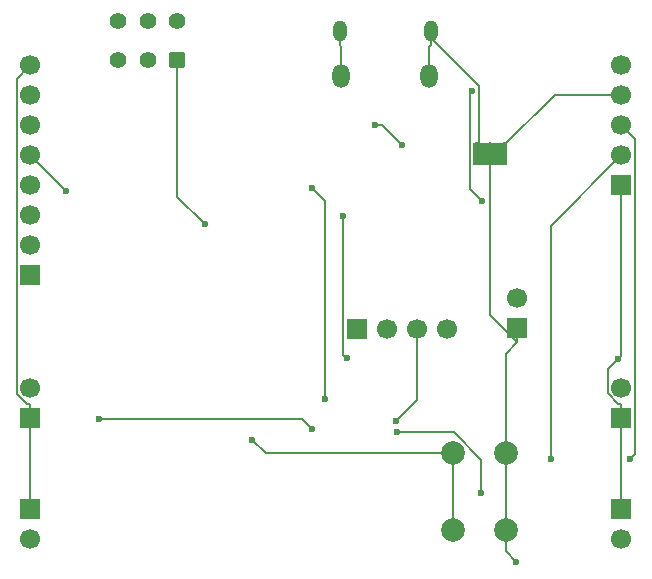
<source format=gbr>
%TF.GenerationSoftware,KiCad,Pcbnew,9.0.4*%
%TF.CreationDate,2025-11-28T16:57:24+01:00*%
%TF.ProjectId,Drone_PCB,44726f6e-655f-4504-9342-2e6b69636164,rev?*%
%TF.SameCoordinates,Original*%
%TF.FileFunction,Copper,L2,Bot*%
%TF.FilePolarity,Positive*%
%FSLAX46Y46*%
G04 Gerber Fmt 4.6, Leading zero omitted, Abs format (unit mm)*
G04 Created by KiCad (PCBNEW 9.0.4) date 2025-11-28 16:57:24*
%MOMM*%
%LPD*%
G01*
G04 APERTURE LIST*
G04 Aperture macros list*
%AMRoundRect*
0 Rectangle with rounded corners*
0 $1 Rounding radius*
0 $2 $3 $4 $5 $6 $7 $8 $9 X,Y pos of 4 corners*
0 Add a 4 corners polygon primitive as box body*
4,1,4,$2,$3,$4,$5,$6,$7,$8,$9,$2,$3,0*
0 Add four circle primitives for the rounded corners*
1,1,$1+$1,$2,$3*
1,1,$1+$1,$4,$5*
1,1,$1+$1,$6,$7*
1,1,$1+$1,$8,$9*
0 Add four rect primitives between the rounded corners*
20,1,$1+$1,$2,$3,$4,$5,0*
20,1,$1+$1,$4,$5,$6,$7,0*
20,1,$1+$1,$6,$7,$8,$9,0*
20,1,$1+$1,$8,$9,$2,$3,0*%
G04 Aperture macros list end*
%TA.AperFunction,HeatsinkPad*%
%ADD10C,0.500000*%
%TD*%
%TA.AperFunction,HeatsinkPad*%
%ADD11R,2.900000X1.900000*%
%TD*%
%TA.AperFunction,ComponentPad*%
%ADD12R,1.700000X1.700000*%
%TD*%
%TA.AperFunction,ComponentPad*%
%ADD13C,1.700000*%
%TD*%
%TA.AperFunction,ComponentPad*%
%ADD14C,2.000000*%
%TD*%
%TA.AperFunction,ComponentPad*%
%ADD15RoundRect,0.250000X0.450000X0.450000X-0.450000X0.450000X-0.450000X-0.450000X0.450000X-0.450000X0*%
%TD*%
%TA.AperFunction,ComponentPad*%
%ADD16C,1.400000*%
%TD*%
%TA.AperFunction,HeatsinkPad*%
%ADD17O,1.150000X1.800000*%
%TD*%
%TA.AperFunction,HeatsinkPad*%
%ADD18O,1.450000X2.000000*%
%TD*%
%TA.AperFunction,ViaPad*%
%ADD19C,0.600000*%
%TD*%
%TA.AperFunction,Conductor*%
%ADD20C,0.200000*%
%TD*%
G04 APERTURE END LIST*
D10*
%TO.P,U3,9,EPAD*%
%TO.N,GND*%
X87630000Y-63700000D03*
X86430000Y-63700000D03*
X85230000Y-63700000D03*
D11*
X86430000Y-64400000D03*
D10*
X87630000Y-65100000D03*
X86430000Y-65100000D03*
X85230000Y-65100000D03*
%TD*%
D12*
%TO.P,J2,1,Pin_1*%
%TO.N,/INT*%
X47498000Y-74676000D03*
D13*
%TO.P,J2,2,Pin_2*%
%TO.N,/ADO*%
X47498000Y-72136000D03*
%TO.P,J2,3,Pin_3*%
%TO.N,/XCL*%
X47498000Y-69596000D03*
%TO.P,J2,4,Pin_4*%
%TO.N,/XDA*%
X47498000Y-67056000D03*
%TO.P,J2,5,Pin_5*%
%TO.N,/SDA*%
X47498000Y-64516000D03*
%TO.P,J2,6,Pin_6*%
%TO.N,/SCL*%
X47498000Y-61976000D03*
%TO.P,J2,7,Pin_7*%
%TO.N,GND*%
X47498000Y-59436000D03*
%TO.P,J2,8,Pin_8*%
%TO.N,+3.3V*%
X47498000Y-56896000D03*
%TD*%
D12*
%TO.P,J8,1,Pin_1*%
%TO.N,GND*%
X88725000Y-79210000D03*
D13*
%TO.P,J8,2,Pin_2*%
%TO.N,/B+*%
X88725000Y-76670000D03*
%TD*%
D12*
%TO.P,J6,1,Pin_1*%
%TO.N,+3.3V*%
X47500000Y-86750000D03*
D13*
%TO.P,J6,2,Pin_2*%
%TO.N,/M_LF*%
X47500000Y-84210000D03*
%TD*%
D12*
%TO.P,J1,1,Pin_1*%
%TO.N,GND*%
X75184000Y-79248000D03*
D13*
%TO.P,J1,2,Pin_2*%
%TO.N,/SWCLK*%
X77724000Y-79248000D03*
%TO.P,J1,3,Pin_3*%
%TO.N,/SWDIO*%
X80264000Y-79248000D03*
%TO.P,J1,4,Pin_4*%
%TO.N,+3.3V*%
X82804000Y-79248000D03*
%TD*%
D12*
%TO.P,J5,1,Pin_1*%
%TO.N,+3.3V*%
X97525000Y-94460000D03*
D13*
%TO.P,J5,2,Pin_2*%
%TO.N,/M_RB*%
X97525000Y-97000000D03*
%TD*%
D12*
%TO.P,J4,1,Pin_1*%
%TO.N,+3.3V*%
X47500000Y-94460000D03*
D13*
%TO.P,J4,2,Pin_2*%
%TO.N,/M_LB*%
X47500000Y-97000000D03*
%TD*%
D14*
%TO.P,SW1,1,1*%
%TO.N,/NRST*%
X83250000Y-96250000D03*
X83250000Y-89750000D03*
%TO.P,SW1,2,2*%
%TO.N,GND*%
X87750000Y-96250000D03*
X87750000Y-89750000D03*
%TD*%
D12*
%TO.P,J3,1,Pin_1*%
%TO.N,+3.3V*%
X97536000Y-67056000D03*
D13*
%TO.P,J3,2,Pin_2*%
%TO.N,/TX*%
X97536000Y-64516000D03*
%TO.P,J3,3,Pin_3*%
%TO.N,/RX*%
X97536000Y-61976000D03*
%TO.P,J3,4,Pin_4*%
%TO.N,GND*%
X97536000Y-59436000D03*
%TO.P,J3,5,Pin_5*%
%TO.N,/RST*%
X97536000Y-56896000D03*
%TD*%
D12*
%TO.P,J7,1,Pin_1*%
%TO.N,+3.3V*%
X97525000Y-86750000D03*
D13*
%TO.P,J7,2,Pin_2*%
%TO.N,/M_RF*%
X97525000Y-84210000D03*
%TD*%
D15*
%TO.P,SW2,1,A*%
%TO.N,/B+*%
X59944000Y-56517500D03*
D16*
%TO.P,SW2,2,B*%
%TO.N,/PWR*%
X57444000Y-56517500D03*
%TO.P,SW2,3*%
%TO.N,N/C*%
X54944000Y-56517500D03*
%TO.P,SW2,4*%
X54944000Y-53217500D03*
%TO.P,SW2,5*%
X57444000Y-53217500D03*
%TO.P,SW2,6*%
X59944000Y-53217500D03*
%TD*%
D17*
%TO.P,J9,6,Shield*%
%TO.N,GND*%
X81430000Y-54050000D03*
D18*
X81280000Y-57850000D03*
X73830000Y-57850000D03*
D17*
X73680000Y-54050000D03*
%TD*%
D19*
%TO.N,/PWM_LF*%
X53291700Y-86911300D03*
X71333600Y-87723200D03*
%TO.N,/PWM_RB*%
X78539800Y-88004700D03*
X85689000Y-93144200D03*
%TO.N,/B+*%
X62242600Y-70388200D03*
%TO.N,/OD*%
X76701600Y-61958500D03*
X78920700Y-63650300D03*
%TO.N,/TX*%
X91550600Y-90299700D03*
%TO.N,/RX*%
X98251300Y-90299700D03*
%TO.N,/SCL*%
X72425200Y-85155100D03*
X71307800Y-67322100D03*
%TO.N,/SDA*%
X74266700Y-81711800D03*
X73978200Y-69655700D03*
X50519400Y-67543700D03*
%TO.N,/STDBY_LED*%
X85694700Y-68408300D03*
X84854500Y-59116100D03*
%TO.N,/SWDIO*%
X78492800Y-87029400D03*
%TO.N,/NRST*%
X66299100Y-88628700D03*
%TO.N,GND*%
X88619800Y-98954600D03*
%TO.N,+3.3V*%
X97287700Y-81766200D03*
%TD*%
D20*
%TO.N,/PWM_LF*%
X70521700Y-86911300D02*
X71333600Y-87723200D01*
X53291700Y-86911300D02*
X70521700Y-86911300D01*
%TO.N,/PWM_RB*%
X85689000Y-90324100D02*
X85689000Y-93144200D01*
X83369600Y-88004700D02*
X85689000Y-90324100D01*
X78539800Y-88004700D02*
X83369600Y-88004700D01*
%TO.N,/B+*%
X59944000Y-68089600D02*
X62242600Y-70388200D01*
X59944000Y-56517500D02*
X59944000Y-68089600D01*
%TO.N,/OD*%
X77228900Y-61958500D02*
X78920700Y-63650300D01*
X76701600Y-61958500D02*
X77228900Y-61958500D01*
X78920700Y-63650300D02*
X78974700Y-63704300D01*
X78974700Y-63704300D02*
X78920700Y-63650300D01*
X76701600Y-61958500D02*
X77228900Y-61958500D01*
X77228900Y-61958500D02*
X76701600Y-61958500D01*
%TO.N,/TX*%
X91550600Y-70501400D02*
X97536000Y-64516000D01*
X91550600Y-90299700D02*
X91550600Y-70501400D01*
%TO.N,/RX*%
X98728500Y-63168500D02*
X97536000Y-61976000D01*
X98728500Y-89822500D02*
X98728500Y-63168500D01*
X98251300Y-90299700D02*
X98728500Y-89822500D01*
%TO.N,/SCL*%
X72425200Y-68439500D02*
X71307800Y-67322100D01*
X72425200Y-85155100D02*
X72425200Y-68439500D01*
%TO.N,/SDA*%
X73978200Y-81423300D02*
X73978200Y-69655700D01*
X74266700Y-81711800D02*
X73978200Y-81423300D01*
X47498000Y-64522300D02*
X47498000Y-64516000D01*
X50519400Y-67543700D02*
X47498000Y-64522300D01*
%TO.N,/STDBY_LED*%
X84678300Y-59292300D02*
X84854500Y-59116100D01*
X84678300Y-67391900D02*
X84678300Y-59292300D01*
X85694700Y-68408300D02*
X84678300Y-67391900D01*
%TO.N,/SWDIO*%
X80264000Y-85258200D02*
X80264000Y-79248000D01*
X78492800Y-87029400D02*
X80264000Y-85258200D01*
%TO.N,/NRST*%
X83250000Y-89750000D02*
X83250000Y-96250000D01*
X67420400Y-89750000D02*
X66299100Y-88628700D01*
X83250000Y-89750000D02*
X67420400Y-89750000D01*
%TO.N,GND*%
X81280000Y-55401700D02*
X81430000Y-55251700D01*
X81280000Y-57850000D02*
X81280000Y-55401700D01*
X86430000Y-63700000D02*
X86430000Y-64400000D01*
X87750000Y-96250000D02*
X87750000Y-89750000D01*
X73830000Y-55401700D02*
X73680000Y-55251700D01*
X73830000Y-57850000D02*
X73830000Y-55401700D01*
X73680000Y-54050000D02*
X73680000Y-55251700D01*
X88725000Y-79210000D02*
X88725000Y-80361700D01*
X87750000Y-81336700D02*
X87750000Y-89750000D01*
X88725000Y-80361700D02*
X87750000Y-81336700D01*
X86430000Y-78066700D02*
X86430000Y-65100000D01*
X88725000Y-80361700D02*
X86430000Y-78066700D01*
X81430000Y-54050000D02*
X81430000Y-54587900D01*
X81430000Y-54587900D02*
X81430000Y-55251700D01*
X85523000Y-63407000D02*
X85230000Y-63700000D01*
X85523000Y-58680900D02*
X85523000Y-63407000D01*
X81430000Y-54587900D02*
X85523000Y-58680900D01*
X91894000Y-59436000D02*
X87630000Y-63700000D01*
X97536000Y-59436000D02*
X91894000Y-59436000D01*
X87750000Y-98084800D02*
X87750000Y-96250000D01*
X88619800Y-98954600D02*
X87750000Y-98084800D01*
X86430000Y-64400000D02*
X86430000Y-65100000D01*
%TO.N,+3.3V*%
X97536000Y-67056000D02*
X97536000Y-68207700D01*
X97525000Y-86750000D02*
X97525000Y-85598300D01*
X97525000Y-94460000D02*
X97525000Y-86750000D01*
X47500000Y-94460000D02*
X47500000Y-86750000D01*
X47212100Y-85598300D02*
X47500000Y-85598300D01*
X46341700Y-84727900D02*
X47212100Y-85598300D01*
X46341700Y-58052300D02*
X46341700Y-84727900D01*
X47498000Y-56896000D02*
X46341700Y-58052300D01*
X47500000Y-86750000D02*
X47500000Y-85598300D01*
X96373300Y-82680600D02*
X97287700Y-81766200D01*
X96373300Y-84687000D02*
X96373300Y-82680600D01*
X97284600Y-85598300D02*
X96373300Y-84687000D01*
X97525000Y-85598300D02*
X97284600Y-85598300D01*
X97536000Y-81517900D02*
X97287700Y-81766200D01*
X97536000Y-68207700D02*
X97536000Y-81517900D01*
%TD*%
M02*

</source>
